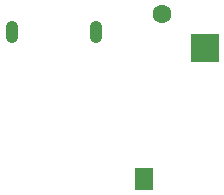
<source format=gbl>
%TF.GenerationSoftware,KiCad,Pcbnew,9.0.0*%
%TF.CreationDate,2025-04-01T00:51:48+01:00*%
%TF.ProjectId,Wireless_bluetooth_speaker,57697265-6c65-4737-935f-626c7565746f,rev?*%
%TF.SameCoordinates,Original*%
%TF.FileFunction,Copper,L2,Bot*%
%TF.FilePolarity,Positive*%
%FSLAX46Y46*%
G04 Gerber Fmt 4.6, Leading zero omitted, Abs format (unit mm)*
G04 Created by KiCad (PCBNEW 9.0.0) date 2025-04-01 00:51:48*
%MOMM*%
%LPD*%
G01*
G04 APERTURE LIST*
%TA.AperFunction,HeatsinkPad*%
%ADD10C,0.600000*%
%TD*%
%TA.AperFunction,HeatsinkPad*%
%ADD11R,1.570000X1.880000*%
%TD*%
%TA.AperFunction,HeatsinkPad*%
%ADD12O,1.050000X1.900000*%
%TD*%
%TA.AperFunction,ComponentPad*%
%ADD13R,2.350000X2.350000*%
%TD*%
%TA.AperFunction,ComponentPad*%
%ADD14C,1.600000*%
%TD*%
G04 APERTURE END LIST*
D10*
%TO.P,U4,11,VSS*%
%TO.N,Net-(BT1--)*%
X158790000Y-106710000D03*
X158790000Y-107990000D03*
D11*
X159275000Y-107350000D03*
D10*
X159760000Y-106710000D03*
X159760000Y-107990000D03*
%TD*%
D12*
%TO.P,J1,6,Shield*%
%TO.N,unconnected-(J1-Shield-Pad6)_2*%
X148075000Y-94850000D03*
%TO.N,unconnected-(J1-Shield-Pad6)*%
X155225000Y-94850000D03*
%TD*%
D13*
%TO.P,BT1,1,+*%
%TO.N,Net-(BT1-+)*%
X164425000Y-96225000D03*
D14*
%TO.P,BT1,2,-*%
%TO.N,Net-(BT1--)*%
X160775000Y-93350000D03*
%TD*%
M02*

</source>
